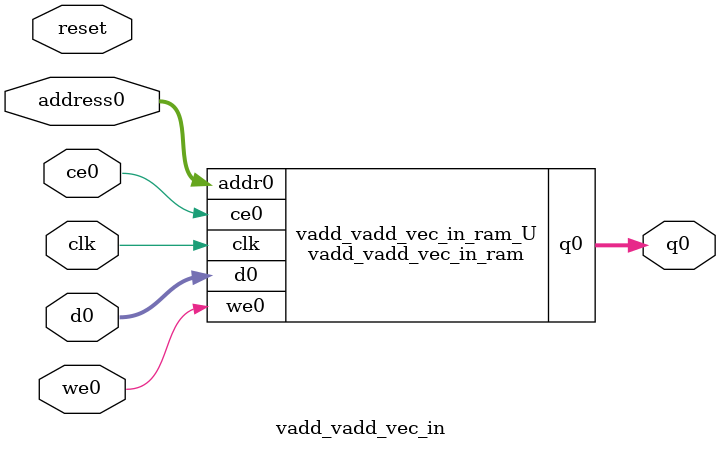
<source format=v>

`timescale 1 ns / 1 ps
module vadd_vadd_vec_in_ram (addr0, ce0, d0, we0, q0,  clk);

parameter DWIDTH = 32;
parameter AWIDTH = 7;
parameter MEM_SIZE = 100;

input[AWIDTH-1:0] addr0;
input ce0;
input[DWIDTH-1:0] d0;
input we0;
output reg[DWIDTH-1:0] q0;
input clk;

(* ram_style = "block" *)reg [DWIDTH-1:0] ram[0:MEM_SIZE-1];




always @(posedge clk)  
begin 
    if (ce0) 
    begin
        if (we0) 
        begin 
            ram[addr0] <= d0; 
            q0 <= d0;
        end 
        else 
            q0 <= ram[addr0];
    end
end


endmodule


`timescale 1 ns / 1 ps
module vadd_vadd_vec_in(
    reset,
    clk,
    address0,
    ce0,
    we0,
    d0,
    q0);

parameter DataWidth = 32'd32;
parameter AddressRange = 32'd100;
parameter AddressWidth = 32'd7;
input reset;
input clk;
input[AddressWidth - 1:0] address0;
input ce0;
input we0;
input[DataWidth - 1:0] d0;
output[DataWidth - 1:0] q0;



vadd_vadd_vec_in_ram vadd_vadd_vec_in_ram_U(
    .clk( clk ),
    .addr0( address0 ),
    .ce0( ce0 ),
    .d0( d0 ),
    .we0( we0 ),
    .q0( q0 ));

endmodule


</source>
